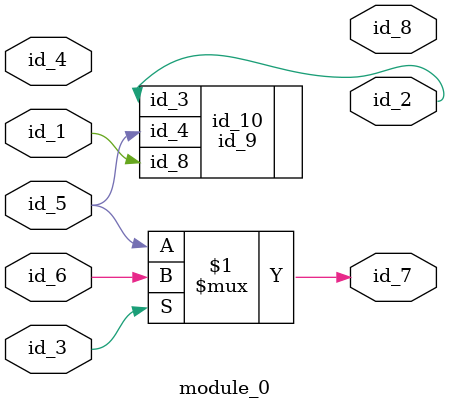
<source format=v>
module module_0 (
    id_1,
    id_2,
    id_3,
    id_4,
    id_5,
    id_6,
    id_7,
    id_8
);
  output id_8;
  output id_7;
  input id_6;
  input id_5;
  input id_4;
  input id_3;
  output id_2;
  input id_1;
  assign id_7 = id_3 ? id_6 : id_5;
  id_9 id_10 (
      .id_4(id_2),
      .id_4(id_5),
      .id_3(id_2),
      .id_8((id_1))
  );
endmodule

</source>
